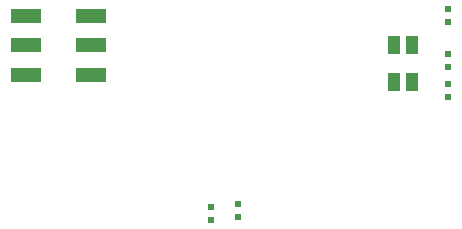
<source format=gbr>
G04 EAGLE Gerber RS-274X export*
G75*
%MOMM*%
%FSLAX34Y34*%
%LPD*%
%INSolderpaste Top*%
%IPPOS*%
%AMOC8*
5,1,8,0,0,1.08239X$1,22.5*%
G01*
%ADD10R,1.100000X1.500000*%
%ADD11R,0.508000X0.609600*%
%ADD12R,2.500000X1.200000*%


D10*
X360600Y507900D03*
X360600Y476900D03*
X375600Y476900D03*
X375600Y507900D03*
D11*
X406400Y527812D03*
X406400Y538988D03*
X406400Y464312D03*
X406400Y475488D03*
X406400Y489712D03*
X406400Y500888D03*
X205740Y360172D03*
X205740Y371348D03*
X228600Y362712D03*
X228600Y373888D03*
D12*
X103700Y483000D03*
X103700Y508000D03*
X103700Y533000D03*
X48700Y483000D03*
X48700Y508000D03*
X48700Y533000D03*
M02*

</source>
